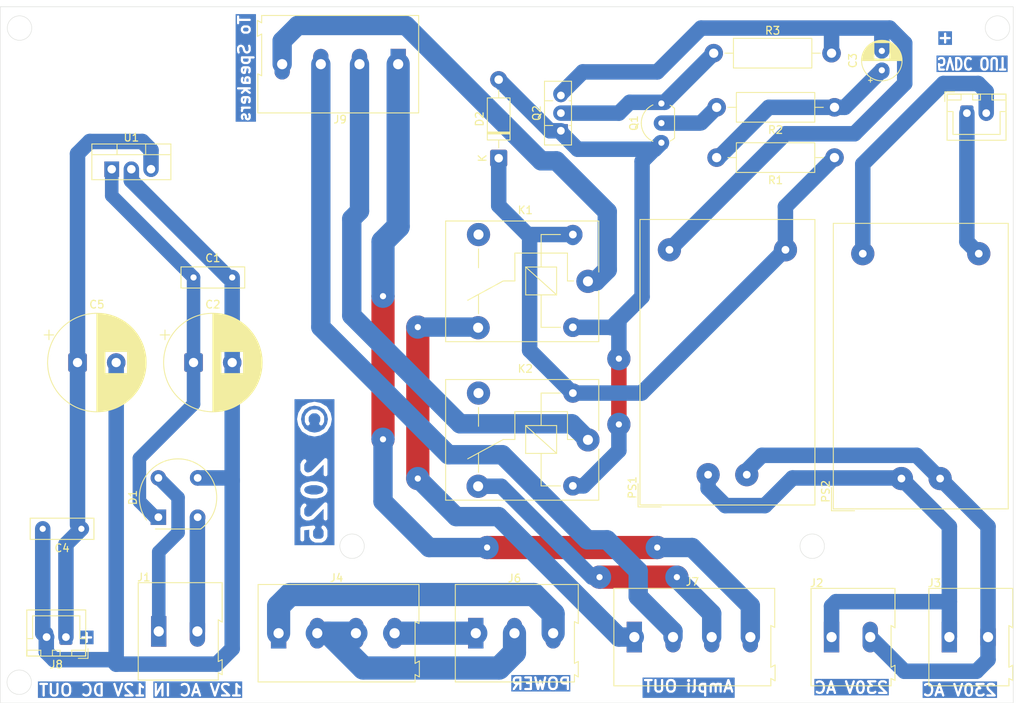
<source format=kicad_pcb>
(kicad_pcb (version 20241229) (generator "pcbnew") (generator_version "9.0")
  (layers (0 "F.Cu" signal) (2 "B.Cu" signal) (13 "F.Paste" user) (15 "B.Paste" user) (5 "F.SilkS" user "F.Silkscreen") (7 "B.SilkS" user "B.Silkscreen") (1 "F.Mask" user) (3 "B.Mask" user) (25 "Edge.Cuts" user))
  (net 0 "")
  (net 1 "Net-(D1-+)")
  (net 2 "Net-(C3-Pad1)")
  (net 3 "0")
  (net 4 "Net-(J8-Pin_1)")
  (net 5 "Net-(J1-Pin_1)")
  (net 6 "Net-(J1-Pin_2)")
  (net 7 "Net-(D2-A)")
  (net 8 "Net-(D2-K)")
  (net 9 "Net-(J2-Pin_2)")
  (net 10 "Net-(J2-Pin_1)")
  (net 11 "Net-(J4-Pin_2)")
  (net 12 "Net-(J4-Pin_4)")
  (net 13 "Net-(J4-Pin_1)")
  (net 14 "Net-(J5-Pin_2)")
  (net 15 "Net-(J5-Pin_1)")
  (net 16 "IN SP R+")
  (net 17 "Net-(J7-Pin_2)")
  (net 18 "Net-(J7-Pin_4)")
  (net 19 "IN SP L+")
  (net 20 "OUT SP L+")
  (net 21 "OUT SP R+")
  (net 24 "Net-(Q1-B)")
  (net 25 "Net-(Q1-E)")
  (net 26 "12V GND")
  (footprint "TerminalBlock:TerminalBlock_Altech_AK300-4_P5.00mm" (layer "F.Cu") (at 70.54 106.08)
    (property "Reference" "J4" (at 7.5 -7.15 0) (layer "F.SilkS"))
    (property "Value" "From Trfo Output")
    (pad "1" thru_hole rect (at 0 0) (size 1.98 3.96) (drill 1.32) (layers "*.Cu" "*.Mask") (net 13 "Net-(J4-Pin_1)"))
    (pad "2" thru_hole oval (at 5 0) (size 1.98 3.96) (drill 1.32) (layers "*.Cu" "*.Mask") (net 11 "Net-(J4-Pin_2)"))
    (pad "3" thru_hole oval (at 10 0) (size 1.98 3.96) (drill 1.32) (layers "*.Cu" "*.Mask") (net 11 "Net-(J4-Pin_2)"))
    (pad "4" thru_hole oval (at 15 0) (size 1.98 3.96) (drill 1.32) (layers "*.Cu" "*.Mask") (net 12 "Net-(J4-Pin_4)"))
  )
  (footprint "TerminalBlock:TerminalBlock_Altech_AK300-2_P5.00mm" (layer "F.Cu") (at 157.275 106.58)
    (property "Reference" "J3" (at -1.92 -6.99 0) (layer "F.SilkS"))
    (property "Value" "IN 230V AC")
    (pad "1" thru_hole rect (at 0 0) (size 1.98 3.96) (drill 1.32) (layers "*.Cu" "*.Mask") (net 10 "Net-(J2-Pin_1)"))
    (pad "2" thru_hole oval (at 5 0) (size 1.98 3.96) (drill 1.32) (layers "*.Cu" "*.Mask") (net 9 "Net-(J2-Pin_2)"))
  )
  (footprint "Capacitor_THT:CP_Radial_D5.0mm_P2.50mm" (layer "F.Cu") (at 148.54 33.285112 90)
    (property "Reference" "C3" (at 1.25 -3.75 90) (layer "F.SilkS"))
    (property "Value" "47u")
    (pad "1" thru_hole roundrect (at 0 0 90) (size 1.6 1.6) (drill 0.8) (layers "*.Cu" "*.Mask") (roundrect_rratio 0.15625) (net 2 "Net-(C3-Pad1)"))
    (pad "2" thru_hole circle (at 2.5 0 90) (size 1.6 1.6) (drill 0.8) (layers "*.Cu" "*.Mask") (net 3 "0"))
  )
  (footprint "Resistor_THT:R_Axial_DIN0411_L9.9mm_D3.6mm_P15.24mm_Horizontal" (layer "F.Cu") (at 142.42 44.58 180)
    (property "Reference" "R1" (at 7.62 -2.92 0) (layer "F.SilkS"))
    (property "Value" "100k")
    (pad "1" thru_hole circle (at 0 0 180) (size 2.4 2.4) (drill 1.2) (layers "*.Cu" "*.Mask") (net 8 "Net-(D2-K)"))
    (pad "2" thru_hole circle (at 15.24 0 180) (size 2.4 2.4) (drill 1.2) (layers "*.Cu" "*.Mask") (net 2 "Net-(C3-Pad1)"))
  )
  (footprint "TerminalBlock:TerminalBlock_Altech_AK300-2_P5.00mm" (layer "F.Cu") (at 55.04 105.845)
    (property "Reference" "J1" (at -1.92 -6.99 0) (layer "F.SilkS"))
    (property "Value" "IN 12V AC")
    (pad "1" thru_hole rect (at 0 0) (size 1.98 3.96) (drill 1.32) (layers "*.Cu" "*.Mask") (net 5 "Net-(J1-Pin_1)"))
    (pad "2" thru_hole oval (at 5 0) (size 1.98 3.96) (drill 1.32) (layers "*.Cu" "*.Mask") (net 6 "Net-(J1-Pin_2)"))
  )
  (footprint "Resistor_THT:R_Axial_DIN0411_L9.9mm_D3.6mm_P15.24mm_Horizontal" (layer "F.Cu") (at 126.8 31.08)
    (property "Reference" "R3" (at 7.62 -2.92 0) (layer "F.SilkS"))
    (property "Value" "100k")
    (pad "1" thru_hole circle (at 0 0) (size 2.4 2.4) (drill 1.2) (layers "*.Cu" "*.Mask") (net 25 "Net-(Q1-E)"))
    (pad "2" thru_hole circle (at 15.24 0) (size 2.4 2.4) (drill 1.2) (layers "*.Cu" "*.Mask") (net 3 "0"))
  )
  (footprint "TerminalBlock:TerminalBlock_Altech_AK300-4_P5.00mm" (layer "F.Cu") (at 116.54 106.58)
    (property "Reference" "J7" (at 7.5 -7.15 0) (layer "F.SilkS"))
    (property "Value" "From Ampli Output")
    (pad "1" thru_hole rect (at 0 0) (size 1.98 3.96) (drill 1.32) (layers "*.Cu" "*.Mask") (net 19 "IN SP L+"))
    (pad "2" thru_hole oval (at 5 0) (size 1.98 3.96) (drill 1.32) (layers "*.Cu" "*.Mask") (net 17 "Net-(J7-Pin_2)"))
    (pad "3" thru_hole oval (at 10 0) (size 1.98 3.96) (drill 1.32) (layers "*.Cu" "*.Mask") (net 16 "IN SP R+"))
    (pad "4" thru_hole oval (at 15 0) (size 1.98 3.96) (drill 1.32) (layers "*.Cu" "*.Mask") (net 18 "Net-(J7-Pin_4)"))
  )
  (footprint "Diode_THT:Diode_Bridge_Round_D9.8mm" (layer "F.Cu") (at 54.995 91.08 90)
    (property "Reference" "D1" (at 2.54 -3.302 90) (layer "F.SilkS"))
    (property "Value" "B40C1500G")
    (pad "1" thru_hole rect (at 0 0 90) (size 2 2) (drill 1) (layers "*.Cu" "*.Mask") (net 1 "Net-(D1-+)"))
    (pad "2" thru_hole oval (at 0 5.08 90) (size 2 2) (drill 1) (layers "*.Cu" "*.Mask") (net 6 "Net-(J1-Pin_2)"))
    (pad "3" thru_hole oval (at 5.08 5.08 90) (size 2 2) (drill 1) (layers "*.Cu" "*.Mask") (net 26 "12V GND"))
    (pad "4" thru_hole oval (at 5.08 0 90) (size 2 2) (drill 1) (layers "*.Cu" "*.Mask") (net 5 "Net-(J1-Pin_1)"))
  )
  (footprint "Diode_THT:D_DO-41_SOD81_P10.16mm_Horizontal" (layer "F.Cu") (at 99 44.66 90)
    (property "Reference" "D2" (at 5.08 -2.47 90) (layer "F.SilkS"))
    (property "Value" "1N4001")
    (fp_text user "K" (at 0 -2.1 90) (layer "F.SilkS"))
    (pad "1" thru_hole roundrect (at 0 0 90) (size 2.2 2.2) (drill 1.1) (layers "*.Cu" "*.Mask") (roundrect_rratio 0.113636) (net 8 "Net-(D2-K)"))
    (pad "2" thru_hole circle (at 10.16 0 90) (size 2.2 2.2) (drill 1.1) (layers "*.Cu" "*.Mask") (net 7 "Net-(D2-A)"))
  )
  (footprint "Capacitor_THT:CP_Radial_D12.5mm_P5.00mm" (layer "F.Cu") (at 59.54 71.08)
    (property "Reference" "C2" (at 2.5 -7.5 0) (layer "F.SilkS"))
    (property "Value" "2200uF")
    (pad "1" thru_hole roundrect (at 0 0) (size 2.4 2.4) (drill 1.2) (layers "*.Cu" "*.Mask") (roundrect_rratio 0.104167) (net 1 "Net-(D1-+)"))
    (pad "2" thru_hole circle (at 5 0) (size 2.4 2.4) (drill 1.2) (layers "*.Cu" "*.Mask") (net 26 "12V GND"))
  )
  (footprint "Converter_ACDC:Converter_ACDC_Hi-Link_HLK-PMxx" (layer "F.Cu") (at 126.0775 85.5825 90)
    (property "Reference" "PS1" (at -1.66 -9.79 90) (layer "F.SilkS"))
    (property "Value" "HLK-PM01")
    (pad "1" thru_hole circle (at 0 0 90) (size 3 3) (drill 1) (layers "*.Cu" "*.Mask") (net 10 "Net-(J2-Pin_1)"))
    (pad "2" thru_hole oval (at 0 5 90) (size 3 3) (drill 1) (layers "*.Cu" "*.Mask") (net 9 "Net-(J2-Pin_2)"))
    (pad "3" thru_hole oval (at 29.08 -5 90) (size 3 3) (drill 1) (layers "*.Cu" "*.Mask") (net 3 "0"))
    (pad "3" thru_hole oval (at 29.08 10 90) (size 3 3) (drill 1) (layers "*.Cu" "*.Mask") (net 8 "Net-(D2-K)"))
  )
  (footprint "Connector_JST:JST_XH_B2B-XH-A_1x02_P2.50mm_Vertical" (layer "F.Cu") (at 159.54 38.83)
    (property "Reference" "J5" (hide yes))
    (property "Value" "OUT 5V CC")
    (pad "1" thru_hole roundrect (at 0 0) (size 1.7 2) (drill 1) (layers "*.Cu" "*.Mask") (roundrect_rratio 0.147059) (net 15 "Net-(J5-Pin_1)"))
    (pad "2" thru_hole oval (at 2.5 0) (size 1.7 2) (drill 1) (layers "*.Cu" "*.Mask") (net 14 "Net-(J5-Pin_2)"))
  )
  (footprint "Resistor_THT:R_Axial_DIN0411_L9.9mm_D3.6mm_P15.24mm_Horizontal" (layer "F.Cu") (at 142.42 38.08 180)
    (property "Reference" "R2" (at 7.62 -2.92 0) (layer "F.SilkS"))
    (property "Value" "10k")
    (pad "1" thru_hole circle (at 0 0 180) (size 2.4 2.4) (drill 1.2) (layers "*.Cu" "*.Mask") (net 2 "Net-(C3-Pad1)"))
    (pad "2" thru_hole circle (at 15.24 0 180) (size 2.4 2.4) (drill 1.2) (layers "*.Cu" "*.Mask") (net 24 "Net-(Q1-B)"))
  )
  (footprint "Connector_JST:JST_XH_B2B-XH-A_1x02_P2.50mm_Vertical" (layer "F.Cu") (at 43.04 106.58 180)
    (property "Reference" "J8" (at 1.25 -3.55 0) (layer "F.SilkS"))
    (property "Value" "OUT 12V CC")
    (pad "1" thru_hole roundrect (at 0 0 180) (size 1.7 2) (drill 1) (layers "*.Cu" "*.Mask") (roundrect_rratio 0.147059) (net 4 "Net-(J8-Pin_1)"))
    (pad "2" thru_hole oval (at 2.5 0 180) (size 1.7 2) (drill 1) (layers "*.Cu" "*.Mask") (net 26 "12V GND"))
  )
  (footprint "TerminalBlock:TerminalBlock_Altech_AK300-3_P5.00mm" (layer "F.Cu") (at 96.04 106.08)
    (property "Reference" "J6" (at 5 -7.1 0) (layer "F.SilkS"))
    (property "Value" "To Power Ampli Power IN")
    (pad "1" thru_hole rect (at 0 0) (size 1.98 3.96) (drill 1.32) (layers "*.Cu" "*.Mask") (net 12 "Net-(J4-Pin_4)"))
    (pad "2" thru_hole oval (at 5 0) (size 1.98 3.96) (drill 1.32) (layers "*.Cu" "*.Mask") (net 11 "Net-(J4-Pin_2)"))
    (pad "3" thru_hole oval (at 10 0) (size 1.98 3.96) (drill 1.32) (layers "*.Cu" "*.Mask") (net 13 "Net-(J4-Pin_1)"))
  )
  (footprint "Capacitor_THT:C_Disc_D8.0mm_W2.5mm_P5.00mm" (layer "F.Cu") (at 45.04 92.58 180)
    (property "Reference" "C4" (at 2.5 -2.5 0) (layer "F.SilkS"))
    (property "Value" "100nF")
    (pad "1" thru_hole circle (at 0 0 180) (size 1.6 1.6) (drill 0.8) (layers "*.Cu" "*.Mask") (net 4 "Net-(J8-Pin_1)"))
    (pad "2" thru_hole circle (at 5 0 180) (size 1.6 1.6) (drill 0.8) (layers "*.Cu" "*.Mask") (net 26 "12V GND"))
  )
  (footprint "Capacitor_THT:C_Disc_D8.0mm_W2.5mm_P5.00mm" (layer "F.Cu") (at 59.54 60.08)
    (property "Reference" "C1" (at 2.5 -2.5 0) (layer "F.SilkS"))
    (property "Value" "100nF")
    (pad "1" thru_hole circle (at 0 0) (size 1.6 1.6) (drill 0.8) (layers "*.Cu" "*.Mask") (net 1 "Net-(D1-+)"))
    (pad "2" thru_hole circle (at 5 0) (size 1.6 1.6) (drill 0.8) (layers "*.Cu" "*.Mask") (net 26 "12V GND"))
  )
  (footprint "TerminalBlock:TerminalBlock_Altech_AK300-2_P5.00mm" (layer "F.Cu") (at 142.04 106.58)
    (property "Reference" "J2" (at -1.92 -6.99 0) (layer "F.SilkS"))
    (property "Value" "OUT 230V AC")
    (pad "1" thru_hole rect (at 0 0) (size 1.98 3.96) (drill 1.32) (layers "*.Cu" "*.Mask") (net 10 "Net-(J2-Pin_1)"))
    (pad "2" thru_hole oval (at 5 0) (size 1.98 3.96) (drill 1.32) (layers "*.Cu" "*.Mask") (net 9 "Net-(J2-Pin_2)"))
  )
  (footprint "Relay_THT:Relay_SPDT_SANYOU_SRD_Series_Form_C" (layer "F.Cu") (at 110.54 81.08 180)
    (property "Reference" "K2" (at 8.1 9.2 0) (layer "F.SilkS"))
    (property "Value" "SANYOU_SRD_Form_C")
    (pad "1" thru_hole circle (at 0 0 270) (size 3 3) (drill 1.3) (layers "*.Cu" "*.Mask") (net 21 "OUT SP R+"))
    (pad "2" thru_hole circle (at 1.95 6.05 270) (size 2.5 2.5) (drill 1) (layers "*.Cu" "*.Mask") (net 8 "Net-(D2-K)"))
    (pad "3" thru_hole circle (at 14.15 6.05 270) (size 3 3) (drill 1.3) (layers "*.Cu" "*.Mask"))
    (pad "4" thru_hole circle (at 14.2 -6 270) (size 3 3) (drill 1.3) (layers "*.Cu" "*.Mask") (net 16 "IN SP R+"))
    (pad "5" thru_hole circle (at 1.95 -5.95 270) (size 2.5 2.5) (drill 1) (layers "*.Cu" "*.Mask") (net 7 "Net-(D2-A)"))
  )
  (footprint "Package_TO_SOT_THT:TO-220-3_Vertical" (layer "F.Cu") (at 48.96 46.08)
    (property "Reference" "U1" (at 2.54 -4.1 0) (layer "F.SilkS"))
    (property "Value" "LM7812_TO220")
    (pad "1" thru_hole rect (at 0 0) (size 1.905 2) (drill 1.1) (layers "*.Cu" "*.Mask") (net 1 "Net-(D1-+)"))
    (pad "2" thru_hole oval (at 2.54 0) (size 1.905 2) (drill 1.1) (layers "*.Cu" "*.Mask") (net 26 "12V GND"))
    (pad "3" thru_hole oval (at 5.08 0) (size 1.905 2) (drill 1.1) (layers "*.Cu" "*.Mask") (net 4 "Net-(J8-Pin_1)"))
  )
  (footprint "Converter_ACDC:Converter_ACDC_Hi-Link_HLK-PMxx" (layer "F.Cu") (at 151.0775 86.0825 90)
    (property "Reference" "PS2" (at -1.66 -9.79 90) (layer "F.SilkS"))
    (property "Value" "HLK-PM01")
    (pad "1" thru_hole circle (at 0 0 90) (size 3 3) (drill 1) (layers "*.Cu" "*.Mask") (net 10 "Net-(J2-Pin_1)"))
    (pad "2" thru_hole oval (at 0 5 90) (size 3 3) (drill 1) (layers "*.Cu" "*.Mask") (net 9 "Net-(J2-Pin_2)"))
    (pad "3" thru_hole oval (at 29.08 -5 90) (size 3 3) (drill 1) (layers "*.Cu" "*.Mask") (net 14 "Net-(J5-Pin_2)"))
    (pad "4" thru_hole oval (at 29.08 10 90) (size 3 3) (drill 1) (layers "*.Cu" "*.Mask") (net 15 "Net-(J5-Pin_1)"))
  )
  (footprint "Package_TO_SOT_THT:TO-126-3_Vertical" (layer "F.Cu") (at 107.04 41.11 90)
    (property "Reference" "Q2" (at 2.28 -3.12 90) (layer "F.SilkS"))
    (property "Value" "NPN")
    (pad "1" thru_hole rect (at 0 0 90) (size 1.71 1.8) (drill 1) (layers "*.Cu" "*.Mask") (net 7 "Net-(D2-A)"))
    (pad "2" thru_hole oval (at 2.28 0 90) (size 1.71 1.8) (drill 1) (layers "*.Cu" "*.Mask") (net 25 "Net-(Q1-E)"))
    (pad "3" thru_hole oval (at 4.56 0 90) (size 1.71 1.8) (drill 1) (layers "*.Cu" "*.Mask") (net 3 "0"))
  )
  (footprint "Relay_THT:Relay_SPDT_SANYOU_SRD_Series_Form_C" (layer "F.Cu") (at 110.54 60.58 180)
    (property "Reference" "K1" (at 8.1 9.2 0) (layer "F.SilkS"))
    (property "Value" "SANYOU_SRD_Form_C")
    (pad "1" thru_hole circle (at 0 0 270) (size 3 3) (drill 1.3) (layers "*.Cu" "*.Mask") (net 20 "OUT SP L+"))
    (pad "2" thru_hole circle (at 1.95 6.05 270) (size 2.5 2.5) (drill 1) (layers "*.Cu" "*.Mask") (net 8 "Net-(D2-K)"))
    (pad "3" thru_hole circle (at 14.15 6.05 270) (size 3 3) (drill 1.3) (layers "*.Cu" "*.Mask"))
    (pad "4" thru_hole circle (at 14.2 -6 270) (size 3 3) (drill 1.3) (layers "*.Cu" "*.Mask") (net 19 "IN SP L+"))
    (pad "5" thru_hole circle (at 1.95 -5.95 270) (size 2.5 2.5) (drill 1) (layers "*.Cu" "*.Mask") (net 7 "Net-(D2-A)"))
  )
  (footprint "Capacitor_THT:CP_Radial_D12.5mm_P5.00mm" (layer "F.Cu") (at 44.54 71.08)
    (property "Reference" "C5" (at 2.5 -7.5 0) (layer "F.SilkS"))
    (property "Value" "2200uF")
    (pad "1" thru_hole roundrect (at 0 0) (size 2.4 2.4) (drill 1.2) (layers "*.Cu" "*.Mask") (roundrect_rratio 0.104167) (net 4 "Net-(J8-Pin_1)"))
    (pad "2" thru_hole circle (at 5 0) (size 2.4 2.4) (drill 1.2) (layers "*.Cu" "*.Mask") (net 26 "12V GND"))
  )
  (footprint "Package_TO_SOT_THT:TO-92L_Inline_Wide" (layer "F.Cu") (at 120.04 42.66 90)
    (property "Reference" "Q1" (at 2.54 -3.56 90) (layer "F.SilkS"))
    (property "Value" "NPN")
    (pad "1" thru_hole rect (at 0 0 90) (size 1.5 1.5) (drill 0.8) (layers "*.Cu" "*.Mask") (net 7 "Net-(D2-A)"))
    (pad "2" thru_hole circle (at 2.54 0 90) (size 1.5 1.5) (drill 0.8) (layers "*.Cu" "*.Mask") (net 24 "Net-(Q1-B)"))
    (pad "3" thru_hole circle (at 5.08 0 90) (size 1.5 1.5) (drill 0.8) (layers "*.Cu" "*.Mask") (net 25 "Net-(Q1-E)"))
  )
  (footprint "TerminalBlock:TerminalBlock_Altech_AK300-4_P5.00mm" (layer "F.Cu") (at 86 32.5 180)
    (property "Reference" "J9" (at 7.5 -7.15 0) (layer "F.SilkS"))
    (property "Value" "To Speakers")
    (pad "1" thru_hole rect (at 0 0 180) (size 1.98 3.96) (drill 1.32) (layers "*.Cu" "*.Mask") (net 18 "Net-(J7-Pin_4)"))
    (pad "2" thru_hole oval (at 5 0 180) (size 1.98 3.96) (drill 1.32) (layers "*.Cu" "*.Mask") (net 21 "OUT SP R+"))
    (pad "3" thru_hole oval (at 10 0 180) (size 1.98 3.96) (drill 1.32) (layers "*.Cu" "*.Mask") (net 17 "Net-(J7-Pin_2)"))
    (pad "4" thru_hole oval (at 15 0 180) (size 1.98 3.96) (drill 1.32) (layers "*.Cu" "*.Mask") (net 20 "OUT SP L+"))
  )
  (gr_circle (center 163.5 27.83) (end 164 29.33) (stroke (width 0.05)) (fill no) (layer "Edge.Cuts"))
  (gr_circle (center 139.54 94.83) (end 140.04 96.33) (stroke (width 0.05)) (fill no) (layer "Edge.Cuts"))
  (gr_circle (center 80.04 94.83) (end 80.54 96.33) (stroke (width 0.05)) (fill no) (layer "Edge.Cuts"))
  (gr_circle (center 37 112.418861) (end 37.5 113.918861) (stroke (width 0.05)) (fill no) (layer "Edge.Cuts"))
  (gr_rect (start 34.54 25.08) (end 165.54 115.08) (stroke (width 0.05)) (fill no) (layer "Edge.Cuts"))
  (gr_circle (center 37.04 27.83) (end 37.54 29.33) (stroke (width 0.05)) (fill no) (layer "Edge.Cuts"))
  (gr_text "230V AC" (at 149.54 114 0) (layer "B.Cu" knockout) (effects (font (size 1.5 1.5) (thickness 0.3) (bold yes)) (justify left bottom mirror)))
  (gr_text "+" (at 46.5 105.5 90) (layer "B.Cu" knockout) (effects (font (size 1.5 1.5) (thickness 0.3) (bold yes)) (justify left bottom mirror)))
  (gr_text "+" (at 157.5 28 90) (layer "B.Cu" knockout) (effects (font (size 1.5 1.5) (thickness 0.3) (bold yes)) (justify left bottom mirror)))
  (gr_text "Ampli OUT" (at 129.54 113.83 0) (layer "B.Cu" knockout) (effects (font (size 1.5 1.5) (thickness 0.3) (bold yes)) (justify left bottom mirror)))
  (gr_text "5VDC OUT" (at 155.5 31.5 180) (layer "B.Cu" knockout) (effects (font (size 1.5 1.2) (thickness 0.3) (bold yes)) (justify left bottom mirror)))
  (gr_text "230V AC" (at 163.54 114.33 0) (layer "B.Cu" knockout) (effects (font (size 1.5 1.5) (thickness 0.3) (bold yes)) (justify left bottom mirror)))
  (gr_text "POWER" (at 108.5 113.5 0) (layer "B.Cu" knockout) (effects (font (size 1.5 1.5) (thickness 0.3) (bold yes)) (justify left bottom mirror)))
  (gr_text "12V AC IN\n" (at 66 114.33 0) (layer "B.Cu" knockout) (effects (font (size 1.5 1.5) (thickness 0.3) (bold yes)) (justify left bottom mirror)))
  (gr_text "To Speakers" (at 67 26 90) (layer "B.Cu" knockout) (effects (font (size 1.5 1.5) (thickness 0.3) (bold yes)) (justify left bottom mirror)))
  (gr_text "© 2025" (at 77 75.5 90) (layer "B.Cu" knockout) (effects (font (size 3 3) (thickness 0.5) (bold yes)) (justify left bottom mirror)))
  (gr_text "12V DC OUT" (at 53.5 114.33 0) (layer "B.Cu" knockout) (effects (font (size 1.5 1.5) (thickness 0.3) (bold yes)) (justify left bottom mirror)))
  (segment (start 52.54 89.04) (end 52.54 83.46) (width 1.75) (layer "B.Cu") (net 1))
  (segment (start 59.54 76.46) (end 59.54 71.08) (width 1.75) (layer "B.Cu") (net 1))
  (segment (start 48.96 46.08) (end 48.96 49.5) (width 1.75) (layer "B.Cu") (net 1))
  (segment (start 54.58 91.08) (end 52.54 89.04) (width 1.75) (layer "B.Cu") (net 1))
  (segment (start 54.995 91.08) (end 54.58 91.08) (width 1.75) (layer "B.Cu") (net 1))
  (segment (start 48.96 49.5) (end 59.54 60.08) (width 1.75) (layer "B.Cu") (net 1))
  (segment (start 52.54 83.46) (end 59.54 76.46) (width 1.75) (layer "B.Cu") (net 1))
  (segment (start 59.54 71.08) (end 59.54 60.08) (width 1.75) (layer "B.Cu") (net 1))
  (segment (start 133.92 38.08) (end 142.42 38.08) (width 2) (layer "B.Cu") (net 2))
  (segment (start 127.42 44.58) (end 133.92 38.08) (width 2) (layer "B.Cu") (net 2))
  (segment (start 127.18 44.58) (end 127.42 44.58) (width 2) (layer "B.Cu") (net 2))
  (segment (start 148.54 33.46) (end 148.54 33.285112) (width 2) (layer "B.Cu") (net 2))
  (segment (start 142.42 38.08) (end 143.745112 38.08) (width 2) (layer "B.Cu") (net 2))
  (segment (start 143.745112 38.08) (end 148.54 33.285112) (width 2) (layer "B.Cu") (net 2))
  (segment (start 109.87 33.5) (end 107.04 36.33) (width 2) (layer "B.Cu") (net 3))
  (segment (start 125.17 27.83) (end 119.5 33.5) (width 2) (layer "B.Cu") (net 3))
  (segment (start 121.0775 56.5025) (end 136.08 41.5) (width 2) (layer "B.Cu") (net 3))
  (segment (start 107.04 36.33) (end 107.04 36.55) (width 1.75) (layer "B.Cu") (net 3))
  (segment (start 149.54 27.83) (end 125.17 27.83) (width 2) (layer "B.Cu") (net 3))
  (segment (start 148.54 30.785112) (end 148.54 28.33) (width 2) (layer "B.Cu") (net 3))
  (segment (start 151.5 29.79) (end 149.54 27.83) (width 2) (layer "B.Cu") (net 3))
  (segment (start 145 41.5) (end 151.5 35) (width 2) (layer "B.Cu") (net 3))
  (segment (start 151.5 35) (end 151.5 29.79) (width 2) (layer "B.Cu") (net 3))
  (segment (start 142.04 31.08) (end 142.04 27.87) (width 2) (layer "B.Cu") (net 3))
  (segment (start 119.5 33.5) (end 109.87 33.5) (width 2) (layer "B.Cu") (net 3))
  (segment (start 136.08 41.5) (end 145 41.5) (width 2) (layer "B.Cu") (net 3))
  (segment (start 44.54 92.08) (end 45.04 92.58) (width 1.2) (layer "B.Cu") (net 4))
  (segment (start 46.12 42.5) (end 44.54 44.08) (width 2) (layer "B.Cu") (net 4))
  (segment (start 54.04 43.62) (end 52.92 42.5) (width 2) (layer "B.Cu") (net 4))
  (segment (start 43.04 94.58) (end 45.04 92.58) (width 2) (layer "B.Cu") (net 4))
  (segment (start 44.54 44.08) (end 44.54 71.08) (width 2) (layer "B.Cu") (net 4))
  (segment (start 54.04 46.08) (end 54.04 43.62) (width 2) (layer "B.Cu") (net 4))
  (segment (start 44.54 71.08) (end 44.54 92.08) (width 2) (layer "B.Cu") (net 4))
  (segment (start 43.04 106.58) (end 43.04 94.58) (width 2) (layer "B.Cu") (net 4))
  (segment (start 52.92 42.5) (end 46.12 42.5) (width 2) (layer "B.Cu") (net 4))
  (segment (start 57.54 88.54) (end 55 86) (width 1.75) (layer "B.Cu") (net 5))
  (segment (start 55.04 105.845) (end 55.04 95.58) (width 1.75) (layer "B.Cu") (net 5))
  (segment (start 57.54 93.08) (end 57.54 88.54) (width 1.75) (layer "B.Cu") (net 5))
  (segment (start 55 86) (end 54.995 86) (width 1.75) (layer "B.Cu") (net 5))
  (segment (start 55.04 95.58) (end 57.54 93.08) (width 1.75) (layer "B.Cu") (net 5))
  (segment (start 60.04 105.845) (end 60.04 91.115) (width 2) (layer "B.Cu") (net 6))
  (segment (start 114.54 79.08) (end 114.54 70.58) (width 2) (layer "F.Cu") (net 7))
  (via (at 114.54 79.08) (size 3) (drill 0.8) (layers "F.Cu" "B.Cu") (net 7))
  (via (at 114.54 70.58) (size 3) (drill 0.8) (layers "F.Cu" "B.Cu") (net 7))
  (segment (start 120.04 42.66) (end 119.2 43.5) (width 2) (layer "B.Cu") (net 7))
  (segment (start 117.54 45.08) (end 117.54 62.58) (width 2) (layer "B.Cu") (net 7))
  (segment (start 120.04 42.66) (end 119.96 42.66) (width 2) (layer "B.Cu") (net 7))
  (segment (start 108.59 66.53) (end 113.49 66.53) (width 2) (layer "B.Cu") (net 7))
  (segment (start 114.54 66.08) (end 114.29 65.83) (width 2) (layer "B.Cu") (net 7))
  (segment (start 114.54 82.46) (end 109.97 87.03) (width 2) (layer "B.Cu") (net 7))
  (segment (start 113.49 66.53) (end 113.54 66.58) (width 1.2) (layer "B.Cu") (net 7))
  (segment (start 113.54 66.58) (end 114.29 65.83) (width 2) (layer "B.Cu") (net 7))
  (segment (start 105.61 41.11) (end 99 34.5) (width 2) (layer "B.Cu") (net 7))
  (segment (start 119.96 42.66) (end 117.54 45.08) (width 2) (layer "B.Cu") (net 7))
  (segment (start 114.54 70.58) (end 114.54 66.08) (width 2) (layer "B.Cu") (net 7))
  (segment (start 109.97 87.03) (end 108.59 87.03) (width 2) (layer "B.Cu") (net 7))
  (segment (start 114.54 79.08) (end 114.54 82.46) (width 2) (layer "B.Cu") (net 7))
  (segment (start 119.2 43.5) (end 109.21 43.5) (width 2) (layer "B.Cu") (net 7))
  (segment (start 109.21 43.5) (end 107.04 41.33) (width 2) (layer "B.Cu") (net 7))
  (segment (start 117.54 62.58) (end 114.29 65.83) (width 2) (layer "B.Cu") (net 7))
  (segment (start 107.04 41.11) (end 105.61 41.11) (width 2) (layer "B.Cu") (net 7))
  (segment (start 108.59 54.53) (end 102.97 54.53) (width 2) (layer "B.Cu") (net 8))
  (segment (start 136.0775 50.9225) (end 142.42 44.58) (width 2) (layer "B.Cu") (net 8))
  (segment (start 103 69.5) (end 108.53 75.03) (width 2) (layer "B.Cu") (net 8))
  (segment (start 136.0775 56.5025) (end 136.0775 50.9225) (width 2) (layer "B.Cu") (net 8))
  (segment (start 103 54.79) (end 103 69.5) (width 2) (layer "B.Cu") (net 8))
  (segment (start 117.47 75.03) (end 135.9975 56.5025) (width 2) (layer "B.Cu") (net 8))
  (segment (start 108.59 75.03) (end 117.47 75.03) (width 2) (layer "B.Cu") (net 8))
  (segment (start 108.59 54.53) (end 108.59 54.91) (width 2) (layer "B.Cu") (net 8))
  (segment (start 99 44.66) (end 99 50.79) (width 2) (layer "B.Cu") (net 8))
  (segment (start 102.97 54.53) (end 102.855 54.645) (width 2) (layer "B.Cu") (net 8))
  (segment (start 108.53 75.03) (end 108.59 75.03) (width 2) (layer "B.Cu") (net 8))
  (segment (start 99 50.79) (end 102.855 54.645) (width 2) (layer "B.Cu") (net 8))
  (segment (start 135.9975 56.5025) (end 136.0775 56.5025) (width 2) (layer "B.Cu") (net 8))
  (segment (start 102.855 54.645) (end 103 54.79) (width 2) (layer "B.Cu") (net 8))
  (segment (start 133.04 83.08) (end 131.0775 85.0425) (width 2) (layer "B.Cu") (net 9))
  (segment (start 162.275 92.28) (end 156.0775 86.0825) (width 2) (layer "B.Cu") (net 9))
  (segment (start 160.775 111) (end 162.275 109.5) (width 2) (layer "B.Cu") (net 9))
  (segment (start 151.46 111) (end 160.775 111) (width 2) (layer "B.Cu") (net 9))
  (segment (start 162.275 106.5) (end 162.275 92.28) (width 2) (layer "B.Cu") (net 9))
  (segment (start 156.0425 86.0825) (end 153.04 83.08) (width 2) (layer "B.Cu") (net 9))
  (segment (start 153.04 83.08) (end 133.04 83.08) (width 2) (layer "B.Cu") (net 9))
  (segment (start 162.275 109.5) (end 162.275 106.5) (width 2) (layer "B.Cu") (net 9))
  (segment (start 147.04 106.58) (end 151.46 111) (width 2) (layer "B.Cu") (net 9))
  (segment (start 133.42 89.58) (end 128.31 89.58) (width 2) (layer "B.Cu") (net 10))
  (segment (start 128.31 89.58) (end 126.0775 87.3475) (width 2) (layer "B.Cu") (net 10))
  (segment (start 142.04 102.58) (end 142.62 102) (width 2) (layer "B.Cu") (net 10))
  (segment (start 157.275 100.08) (end 157.275 92.28) (width 2) (layer "B.Cu") (net 10))
  (segment (start 157.275 106.58) (end 157.275 106.5) (width 2) (layer "B.Cu") (net 10))
  (segment (start 142.04 106.58) (end 142.04 102.58) (width 2) (layer "B.Cu") (net 10))
  (segment (start 151.0025 86.0075) (end 136.9925 86.0075) (width 2) (layer "B.Cu") (net 10))
  (segment (start 136.9925 86.0075) (end 133.42 89.58) (width 2) (layer "B.Cu") (net 10))
  (segment (start 157.275 106.5) (end 157.275 100.08) (width 2) (layer "B.Cu") (net 10))
  (segment (start 142.62 102) (end 157.275 102) (width 2) (layer "B.Cu") (net 10))
  (segment (start 126.0775 87.3475) (end 126.0775 85.5825) (width 2) (layer "B.Cu") (net 10))
  (segment (start 157.275 92.28) (end 151.0775 86.0825) (width 2) (layer "B.Cu") (net 10))
  (segment (start 151.0775 86.0825) (end 151.0025 86.0075) (width 1.2) (layer "B.Cu") (net 10))
  (segment (start 101.04 108.58) (end 101.04 106.08) (width 3) (layer "B.Cu") (net 11))
  (segment (start 99.04 110.58) (end 101.04 108.58) (width 3) (layer "B.Cu") (net 11))
  (segment (start 81.5 110.58) (end 99.04 110.58) (width 3) (layer "B.Cu") (net 11))
  (segment (start 75.54 106.08) (end 80.54 106.08) (width 3) (layer "B.Cu") (net 11))
  (segment (start 77 106.08) (end 81.5 110.58) (width 3) (layer "B.Cu") (net 11))
  (segment (start 85.54 106.08) (end 96.04 106.08) (width 3) (layer "B.Cu") (net 12))
  (segment (start 70.54 102.58) (end 70.54 106.08) (width 3) (layer "B.Cu") (net 13))
  (segment (start 72.04 101.08) (end 70.54 102.58) (width 3) (layer "B.Cu") (net 13))
  (segment (start 106.04 106.08) (end 106.04 103.58) (width 3) (layer "B.Cu") (net 13))
  (segment (start 103.54 101.08) (end 72.04 101.08) (width 3) (layer "B.Cu") (net 13))
  (segment (start 106.04 103.58) (end 103.54 101.08) (width 3) (layer "B.Cu") (net 13))
  (segment (start 162.04 36.04) (end 162.04 38.83) (width 2) (layer "B.Cu") (net 14))
  (segment (start 146.0775 57.0025) (end 146.0775 45.4225) (width 2) (layer "B.Cu") (net 14))
  (segment (start 156.5 35) (end 161 35) (width 2) (layer "B.Cu") (net 14))
  (segment (start 161 35) (end 162.04 36.04) (width 2) (layer "B.Cu") (net 14))
  (segment (start 146.0775 45.4225) (end 156.5 35) (width 2) (layer "B.Cu") (net 14))
  (segment (start 161.0775 57.0025) (end 159.54 55.465) (width 2) (layer "B.Cu") (net 15))
  (segment (start 159.54 55.465) (end 159.54 38.83) (width 2) (layer "B.Cu") (net 15))
  (segment (start 112.04 98.83) (end 122.04 98.83) (width 3) (layer "F.Cu") (net 16))
  (via (at 112.04 98.83) (size 3) (drill 0.8) (layers "F.Cu" "B.Cu") (net 16))
  (via (at 122.04 98.83) (size 3) (drill 0.8) (layers "F.Cu" "B.Cu") (net 16))
  (segment (start 111.073763 98.83) (end 112.04 98.83) (width 2) (layer "B.Cu") (net 16))
  (segment (start 126.54 106.58) (end 126.54 103.54) (width 2.5) (layer "B.Cu") (net 16))
  (segment (start 122.04 99.04) (end 122.04 98.83) (width 2.5) (layer "B.Cu") (net 16))
  (segment (start 126.54 103.54) (end 122.04 99.04) (width 2.5) (layer "B.Cu") (net 16))
  (segment (start 96.34 87.08) (end 99.323763 87.08) (width 2) (layer "B.Cu") (net 16))
  (segment (start 99.323763 87.08) (end 111.073763 98.83) (width 2) (layer "B.Cu") (net 16))
  (segment (start 76 66.5) (end 76 32.5) (width 2.5) (layer "B.Cu") (net 17))
  (segment (start 113 94) (end 110.46 94) (width 2.5) (layer "B.Cu") (net 17))
  (segment (start 121.54 105.83) (end 117.04 101.33) (width 2.5) (layer "B.Cu") (net 17))
  (segment (start 92.5 83) (end 76 66.5) (width 2.5) (layer "B.Cu") (net 17))
  (segment (start 110.46 94) (end 99.46 83) (width 2.5) (layer "B.Cu") (net 17))
  (segment (start 117.04 98.04) (end 113 94) (width 2.5) (layer "B.Cu") (net 17))
  (segment (start 121.54 106.58) (end 121.54 105.83) (width 2.5) (layer "B.Cu") (net 17))
  (segment (start 117.04 101.33) (end 117.04 98.04) (width 2.5) (layer "B.Cu") (net 17))
  (segment (start 99.46 83) (end 92.5 83) (width 2.5) (layer "B.Cu") (net 17))
  (segment (start 84.04 62.5) (end 84.04 81) (width 3) (layer "F.Cu") (net 18))
  (segment (start 119.5 95) (end 97.5 95) (width 3) (layer "F.Cu") (net 18))
  (via (at 97.5 95) (size 3) (drill 0.8) (layers "F.Cu" "B.Cu") (net 18))
  (via (at 84.04 62.5) (size 3) (drill 0.8) (layers "F.Cu" "B.Cu") (net 18))
  (via (at 84.04 81) (size 3) (drill 0.8) (layers "F.Cu" "B.Cu") (net 18))
  (via (at 119.5 95) (size 3) (drill 0.8) (layers "F.Cu" "B.Cu") (net 18))
  (segment (start 84.04 62.5) (end 84.04 55.46) (width 3) (layer "B.Cu") (net 18))
  (segment (start 84.04 89.04) (end 90 95) (width 2.5) (layer "B.Cu") (net 18))
  (segment (start 131.54 102.54) (end 131.54 106.58) (width 2.5) (layer "B.Cu") (net 18))
  (segment (start 90 95) (end 97.5 95) (width 2.5) (layer "B.Cu") (net 18))
  (segment (start 124 95) (end 131.54 102.54) (width 2.5) (layer "B.Cu") (net 18))
  (segment (start 84.04 55.46) (end 86 53.5) (width 3) (layer "B.Cu") (net 18))
  (segment (start 119.5 95) (end 124 95) (width 2.5) (layer "B.Cu") (net 18))
  (segment (start 84.04 81) (end 84.04 89.04) (width 2.5) (layer "B.Cu") (net 18))
  (segment (start 86 53.5) (end 86 32.5) (width 3) (layer "B.Cu") (net 18))
  (segment (start 88.54 66.5) (end 88.54 86.08) (width 3) (layer "F.Cu") (net 19))
  (via (at 88.54 86.08) (size 3) (drill 0.8) (layers "F.Cu" "B.Cu") (net 19))
  (via (at 88.54 66.5) (size 3) (drill 0.8) (layers "F.Cu" "B.Cu") (net 19))
  (segment (start 96 66.5) (end 96.08 66.58) (width 2.5) (layer "B.Cu") (net 19))
  (segment (start 98.96 91) (end 93.5 91) (width 2.5) (layer "B.Cu") (net 19))
  (segment (start 114.54 106.58) (end 98.96 91) (width 2.5) (layer "B.Cu") (net 19))
  (segment (start 96.08 66.58) (end 96.34 66.58) (width 2.5) (layer "B.Cu") (net 19))
  (segment (start 93.5 91) (end 88.58 86.08) (width 2.5) (layer "B.Cu") (net 19))
  (segment (start 88.58 86.08) (end 88.54 86.08) (width 2.5) (layer "B.Cu") (net 19))
  (segment (start 88.54 66.5) (end 96 66.5) (width 2.5) (layer "B.Cu") (net 19))
  (segment (start 116.54 106.58) (end 114.54 106.58) (width 2.5) (layer "B.Cu") (net 19))
  (segment (start 71 29.5) (end 71 32.5) (width 2.5) (layer "B.Cu") (net 20))
  (segment (start 73 27.5) (end 71 29.5) (width 2.5) (layer "B.Cu") (net 20))
  (segment (start 113.04 51.58) (end 106.46 45) (width 2.5) (layer "B.Cu") (net 20))
  (segment (start 106.46 45) (end 104.5 45) (width 2.5) (layer "B.Cu") (net 20))
  (segment (start 104.5 45) (end 87 27.5) (width 2.5) (layer "B.Cu") (net 20))
  (segment (start 113.04 59.08) (end 113.04 51.58) (width 2.5) (layer "B.Cu") (net 20))
  (segment (start 87 27.5) (end 73 27.5) (width 2.5) (layer "B.Cu") (net 20))
  (segment (start 111.54 60.58) (end 113.04 59.08) (width 2.5) (layer "B.Cu") (net 20))
  (segment (start 110.54 60.58) (end 111.54 60.58) (width 2.5) (layer "B.Cu") (net 20))
  (segment (start 110.54 81.08) (end 108.46 79) (width 2.5) (layer "B.Cu") (net 21))
  (segment (start 108.46 79) (end 94 79) (width 2.5) (layer "B.Cu") (net 21))
  (segment (start 81 51.5) (end 81 32.5) (width 2.5) (layer "B.Cu") (net 21))
  (segment (start 94 79) (end 80 65) (width 2.5) (layer "B.Cu") (net 21))
  (segment (start 80 52.5) (end 81 51.5) (width 2.5) (layer "B.Cu") (net 21))
  (segment (start 80 65) (end 80 52.5) (width 2.5) (layer "B.Cu") (net 21))
  (segment (start 125.18 40.08) (end 127.18 38.08) (width 2) (layer "B.Cu") (net 24))
  (segment (start 125.04 40.08) (end 125.18 40.08) (width 1.2) (layer "B.Cu") (net 24))
  (segment (start 120.04 40.12) (end 125 40.12) (width 2) (layer "B.Cu") (net 24))
  (segment (start 125 40.12) (end 125.04 40.08) (width 1.2) (layer "B.Cu") (net 24))
  (segment (start 114.54 38.83) (end 107.04 38.83) (width 2) (layer "B.Cu") (net 25))
  (segment (start 126.8 31.08) (end 120.445 37.435) (width 2) (layer "B.Cu") (net 25))
  (segment (start 115.935 37.435) (end 114.54 38.83) (width 2) (layer "B.Cu") (net 25))
  (segment (start 120.445 37.435) (end 115.935 37.435) (width 2) (layer "B.Cu") (net 25))
  (segment (start 49.54 71.08) (end 49.54 110.08) (width 2) (layer "B.Cu") (net 26))
  (segment (start 60.075 86) (end 64.21 86) (width 2) (layer "B.Cu") (net 26))
  (segment (start 64.54 71.08) (end 64.54 86.33) (width 2) (layer "B.Cu") (net 26))
  (segment (start 40.5 108.5) (end 40.5 106.62) (width 2) (layer "B.Cu") (net 26))
  (segment (start 40.04 92.58) (end 40.04 106.08) (width 2) (layer "B.Cu") (net 26))
  (segment (start 64.04 60.08) (end 51.5 47.54) (width 2) (layer "B.Cu") (net 26))
  (segment (start 64.21 86) (end 64.54 86.33) (width 2) (layer "B.Cu") (net 26))
  (segment (start 64.54 108.08) (end 62.54 110.08) (width 2) (layer "B.Cu") (net 26))
  (segment (start 62.54 110.08) (end 49.54 110.08) (width 2) (layer "B.Cu") (net 26))
  (segment (start 40.5 106.62) (end 40.54 106.58) (width 2) (layer "B.Cu") (net 26))
  (segment (start 49.54 110.08) (end 48.96 109.5) (width 2) (layer "B.Cu") (net 26))
  (segment (start 64.54 86.33) (end 64.54 108.08) (width 2) (layer "B.Cu") (net 26))
  (segment (start 64.54 60.08) (end 64.04 60.08) (width 1.75) (layer "B.Cu") (net 26))
  (segment (start 40.54 106.58) (end 40.54 106.08) (width 1.75) (layer "B.Cu") (net 26))
  (segment (start 51.5 47.54) (end 51.5 46.08) (width 2) (layer "B.Cu") (net 26))
  (segment (start 48.96 109.5) (end 41.5 109.5) (width 2) (layer "B.Cu") (net 26))
  (segment (start 40.04 106.08) (end 40.54 106.58) (width 2) (layer "B.Cu") (net 26))
  (segment (start 41.5 109.5) (end 40.5 108.5) (width 2) (layer "B.Cu") (net 26))
  (segment (start 64.54 71.08) (end 64.54 60.08) (width 2) (layer "B.Cu") (net 26))
)
</source>
